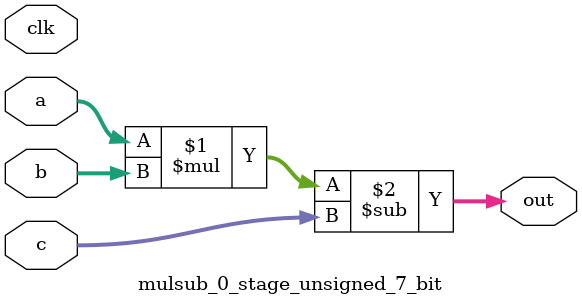
<source format=sv>
(* use_dsp = "yes" *) module mulsub_0_stage_unsigned_7_bit(
	input  [6:0] a,
	input  [6:0] b,
	input  [6:0] c,
	output [6:0] out,
	input clk);

	assign out = (a * b) - c;
endmodule

</source>
